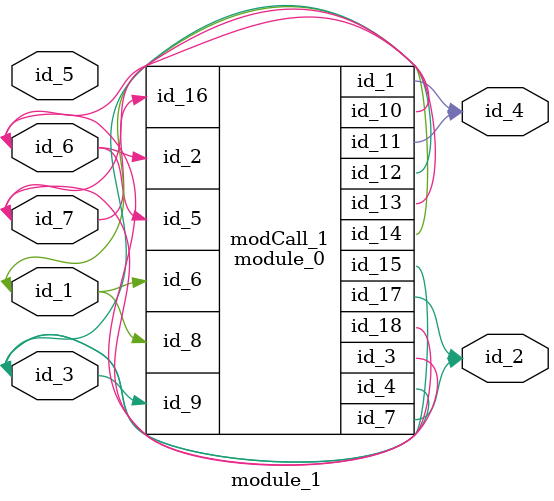
<source format=v>
module module_0 (
    id_1,
    id_2,
    id_3,
    id_4,
    id_5,
    id_6,
    id_7,
    id_8,
    id_9,
    id_10,
    id_11,
    id_12,
    id_13,
    id_14,
    id_15,
    id_16,
    id_17,
    id_18
);
  inout wire id_18;
  output wire id_17;
  input wire id_16;
  inout wire id_15;
  output wire id_14;
  output wire id_13;
  output wire id_12;
  output wire id_11;
  output wire id_10;
  input wire id_9;
  input wire id_8;
  output wire id_7;
  input wire id_6;
  input wire id_5;
  output wire id_4;
  inout wire id_3;
  input wire id_2;
  output wire id_1;
endmodule
module module_1 (
    id_1,
    id_2,
    id_3,
    id_4,
    id_5,
    id_6,
    id_7
);
  inout wire id_7;
  inout wire id_6;
  input wire id_5;
  output wire id_4;
  inout wire id_3;
  output wire id_2;
  inout wire id_1;
  module_0 modCall_1 (
      id_4,
      id_6,
      id_7,
      id_3,
      id_6,
      id_1,
      id_2,
      id_1,
      id_3,
      id_6,
      id_4,
      id_3,
      id_7,
      id_1,
      id_3,
      id_7,
      id_2,
      id_6
  );
  wire id_8;
endmodule

</source>
